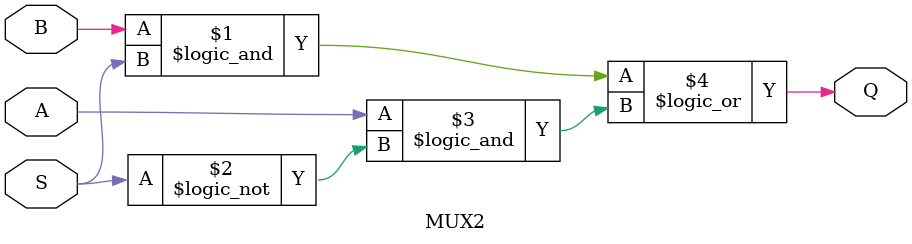
<source format=v>
`timescale 1ns/1ps



module INV1 ( A, Q );
parameter delay = 1;
input A;
output Q;
  assign #delay Q = !A;
endmodule


module INV10 ( A, Q );
parameter delay = 1;
input A;
output Q;
  assign #delay Q = !A;
endmodule


module BUF4 ( A, Q ); 
parameter delay = 1;
input A;
output Q;
  assign #delay Q = A;
endmodule


module TIE0 ( Q ); 
parameter delay = 1;
output Q;
  assign Q = 0;
endmodule


module TIE1 ( Q ); 
parameter delay = 1;
output Q;
  assign Q = 1;
endmodule


module XNR2 ( A, B, Q ); 
parameter delay = 1;
input A;
input B;
output Q;
  assign #delay Q = ! ( A ^ B );
endmodule


module XOR2 ( A, B, Q ); 
parameter delay = 1;
input A;
input B;
output Q;
  assign #delay Q = ( A ^ B );
endmodule


module NAND2 ( A, B, Q ); 
parameter delay = 1;
input A;
input B;
output Q;
  assign #delay Q = ! ( A && B );
endmodule


module NAND3 ( A, B, C, Q ); 
parameter delay = 1;
input A;
input B;
input C;
output Q;
  assign #delay Q = ! ( A && B && C );
endmodule


module NAND4 ( A, B, C, D, Q ); 
parameter delay = 1;
input A;
input B;
input C;
input D;
output Q;
  assign #delay Q = ! ( A && B && C && D );
endmodule


module NOR2 ( A, B, Q ); 
parameter delay = 1;
input A;
input B;
output Q;
  assign #delay Q = ! ( A || B );
endmodule


module NOR3 ( A, B, C, Q ); 
parameter delay = 1;

input A;
input B;
input C;
output Q;
  assign #delay Q = ! ( A || B || C );
endmodule


module NOR4 ( A, B, C, D, Q ); 
parameter delay = 1;
input A;
input B;
input C;
input D;
output Q;
  assign #delay Q = ! ( A || B || C || D );
endmodule


module DFFR ( D, Clk, nRst, Q, nQ );
parameter delay = 1;
input D, Clk, nRst;
output Q, nQ;

  specify
    // T_setup = 2x1ns
    // T_hold  = 2x1ns
    $setuphold(posedge Clk &&& nRst, D, 2, 2);
    // T_clock_high  = 3x1ns
    $width(posedge Clk &&& nRst, 3);
    // T_clock_low  = 3x1ns
    $width(negedge Clk &&& nRst, 3);
    // T_nrst_low  = 10x1ns
    $width(negedge nRst, 10);
  endspecify

  reg state;
  always @(posedge Clk or negedge nRst)
    if ( ! nRst )
      state <= 0;
    else
      state <= D;

  // fall delay is greater than rise delay
  assign #(delay*2,delay*3) Q = state;
  assign #(delay*2,delay*3) nQ = !state;

endmodule


module MUX2 ( A, B, S, Q ); 
parameter delay = 1;
input A;
input B;
input S;
output Q;
  assign #delay Q = (B && S) || (A && (! S));
endmodule

//----------------------------------
</source>
